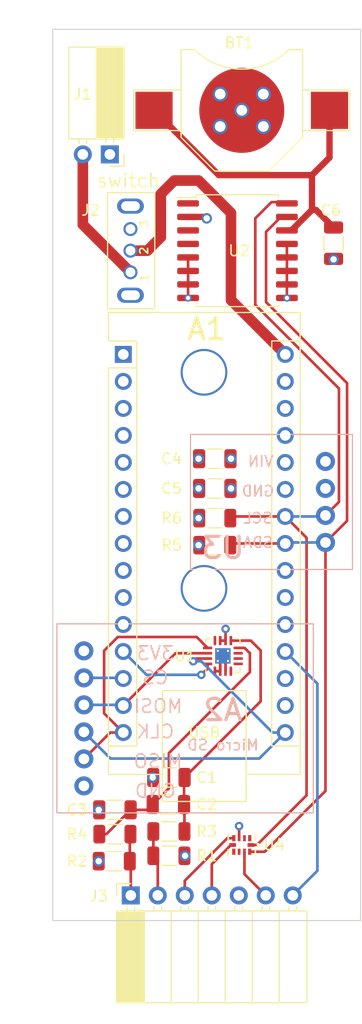
<source format=kicad_pcb>
(kicad_pcb (version 20211014) (generator pcbnew)
  (layers (0 "F.Cu" signal) (1 "In1.Cu" signal) (2 "In2.Cu" signal) (31 "B.Cu" signal) (34 "B.Paste" user) (35 "F.Paste" user) (36 "B.SilkS" user "B.Silkscreen") (37 "F.SilkS" user "F.Silkscreen") (38 "B.Mask" user) (39 "F.Mask" user) (44 "Edge.Cuts" user))
  (net 0 "")
  (net 4 "GND")
  (net 12 "TEMP_AMP_CS")
  (net 13 "SD_CS")
  (net 14 "MOSI")
  (net 15 "MISO")
  (net 16 "CLK")
  (net 17 "3V3")
  (net 19 "EC_DATA")
  (net 23 "SDA")
  (net 24 "SCL")
  (net 29 "VIN")
  (net 30 "Net-(BT1-Pad1)")
  (net 31 "Net-(C1-Pad2)")
  (net 32 "Net-(C2-Pad2)")
  (net 33 "POWER")
  (net 35 "GEO_AMP_1")
  (net 36 "GEO_AMP_0")
  (net 37 "TEMP_AMP_1")
  (net 38 "TEMP_AMP_0")
  (footprint "Package_DFN_QFN:VQFN-16-1EP_3x3mm_P0.5mm_EP1.45x1.45mm_ThermalVias" (layer "F.Cu") (at 178.816 119.888 90)
    (fp_text reference "U1" (at 0 -3.556 180) (layer "F.SilkS"))
    (fp_text value "ADS1120-PW")
    (fp_line (start 1.61 -1.61) (end 1.61 -1.135) (layer "F.SilkS") (width 0.12))
    (fp_line (start -1.135 -1.61) (end -1.61 -1.61) (layer "F.SilkS") (width 0.12))
    (fp_line (start 1.61 1.61) (end 1.61 1.135) (layer "F.SilkS") (width 0.12))
    (fp_line (start -1.135 1.61) (end -1.61 1.61) (layer "F.SilkS") (width 0.12))
    (fp_line (start 1.135 1.61) (end 1.61 1.61) (layer "F.SilkS") (width 0.12))
    (fp_line (start -1.61 1.61) (end -1.61 1.135) (layer "F.SilkS") (width 0.12))
    (fp_line (start 1.135 -1.61) (end 1.61 -1.61) (layer "F.SilkS") (width 0.12))
    (pad "1" smd roundrect (at -1.4375 -0.75 90) (size 0.875 0.25) (layers "F.Cu" "F.Paste" "F.Mask") (net 4 "GND"))
    (pad "2" smd roundrect (at -1.4375 -0.25 90) (size 0.875 0.25) (layers "F.Cu" "F.Paste" "F.Mask") (net 4 "GND"))
    (pad "3" smd roundrect (at -1.4375 0.25 90) (size 0.875 0.25) (layers "F.Cu" "F.Paste" "F.Mask") (net 4 "GND"))
    (pad "4" smd roundrect (at -1.4375 0.75 90) (size 0.875 0.25) (layers "F.Cu" "F.Paste" "F.Mask"))
    (pad "5" smd roundrect (at -0.75 1.4375 90) (size 0.25 0.875) (layers "F.Cu" "F.Paste" "F.Mask"))
    (pad "6" smd roundrect (at -0.25 1.4375 90) (size 0.25 0.875) (layers "F.Cu" "F.Paste" "F.Mask"))
    (pad "7" smd roundrect (at 0.25 1.4375 90) (size 0.25 0.875) (layers "F.Cu" "F.Paste" "F.Mask"))
    (pad "8" smd roundrect (at 0.75 1.4375 90) (size 0.25 0.875) (layers "F.Cu" "F.Paste" "F.Mask") (net 32 "Net-(C2-Pad2)"))
    (pad "9" smd roundrect (at 1.4375 0.75 90) (size 0.875 0.25) (layers "F.Cu" "F.Paste" "F.Mask") (net 31 "Net-(C1-Pad2)"))
    (pad "10" smd roundrect (at 1.4375 0.25 90) (size 0.875 0.25) (layers "F.Cu" "F.Paste" "F.Mask") (net 17 "3V3"))
    (pad "11" smd roundrect (at 1.4375 -0.25 90) (size 0.875 0.25) (layers "F.Cu" "F.Paste" "F.Mask") (net 17 "3V3"))
    (pad "12" smd roundrect (at 1.4375 -0.75 90) (size 0.875 0.25) (layers "F.Cu" "F.Paste" "F.Mask"))
    (pad "13" smd roundrect (at 0.75 -1.4375 90) (size 0.25 0.875) (layers "F.Cu" "F.Paste" "F.Mask") (net 15 "MISO"))
    (pad "14" smd roundrect (at 0.25 -1.4375 90) (size 0.25 0.875) (layers "F.Cu" "F.Paste" "F.Mask") (net 14 "MOSI"))
    (pad "15" smd roundrect (at -0.25 -1.4375 90) (size 0.25 0.875) (layers "F.Cu" "F.Paste" "F.Mask") (net 16 "CLK"))
    (pad "16" smd roundrect (at -0.75 -1.4375 90) (size 0.25 0.875) (layers "F.Cu" "F.Paste" "F.Mask") (net 12 "TEMP_AMP_CS"))
    (pad "17" smd rect (at 0 0 90) (size 1.45 1.45) (layers "F.Cu" "F.Mask") (net 4 "GND"))
    (pad "17" thru_hole circle (at 0.475 -0.475 90) (size 0.5 0.5) (drill 0.2) (layers *.Cu) (net 4 "GND"))
    (pad "17" smd rect (at 0 0 90) (size 1.45 1.45) (layers "B.Cu") (net 4 "GND"))
    (pad "17" thru_hole circle (at -0.475 -0.475 90) (size 0.5 0.5) (drill 0.2) (layers *.Cu) (net 4 "GND"))
    (pad "17" thru_hole circle (at -0.475 0.475 90) (size 0.5 0.5) (drill 0.2) (layers *.Cu) (net 4 "GND"))
    (pad "17" thru_hole circle (at 0.475 0.475 90) (size 0.5 0.5) (drill 0.2) (layers *.Cu) (net 4 "GND"))
  )
  (footprint "Resistor_SMD:R_1206_3216Metric" (layer "F.Cu") (at 168.5945 139.192 180)
    (fp_text reference "R2" (at 3.4945 0) (layer "F.SilkS"))
    (fp_text value "R_1MOhm")
    (fp_line (start -0.727064 0.91) (end 0.727064 0.91) (layer "F.SilkS") (width 0.12))
    (fp_line (start -0.727064 -0.91) (end 0.727064 -0.91) (layer "F.SilkS") (width 0.12))
    (pad "1" smd roundrect (at -1.4625 0 180) (size 1.125 1.75) (layers "F.Cu" "F.Paste" "F.Mask") (roundrect_rratio 0.222222) (net 37 "TEMP_AMP_1"))
    (pad "2" smd roundrect (at 1.4625 0 180) (size 1.125 1.75) (layers "F.Cu" "F.Paste" "F.Mask") (roundrect_rratio 0.222222) (net 4 "GND"))
  )
  (footprint "Connector_PinSocket_2.54mm:PinSocket_1x07_P2.54mm_Horizontal" (layer "F.Cu") (at 170.15 142.412 90)
    (fp_text reference "J3" (at -0.082 -3.018 180) (layer "F.SilkS"))
    (fp_text value "Conn_01x07_Female")
    (fp_line (start 0 -1.33) (end 1.11 -1.33) (layer "F.SilkS") (width 0.12))
    (fp_line (start -10.09 0.561425) (end -1.46 0.561425) (layer "F.SilkS") (width 0.12))
    (fp_line (start -1.46 0.36) (end -1.11 0.36) (layer "F.SilkS") (width 0.12))
    (fp_line (start -10.09 13.97) (end -1.46 13.97) (layer "F.SilkS") (width 0.12))
    (fp_line (start -10.09 0.797615) (end -1.46 0.797615) (layer "F.SilkS") (width 0.12))
    (fp_line (start -1.46 -0.36) (end -1.11 -0.36) (layer "F.SilkS") (width 0.12))
    (fp_line (start -1.46 12.34) (end -1.05 12.34) (layer "F.SilkS") (width 0.12))
    (fp_line (start -10.09 0.325235) (end -1.46 0.325235) (layer "F.SilkS") (width 0.12))
    (fp_line (start 1.11 -1.33) (end 1.11 0) (layer "F.SilkS") (width 0.12))
    (fp_line (start -1.46 5.44) (end -1.05 5.44) (layer "F.SilkS") (width 0.12))
    (fp_line (start -10.09 -1.091905) (end -1.46 -1.091905) (layer "F.SilkS") (width 0.12))
    (fp_line (start -1.46 14.88) (end -1.05 14.88) (layer "F.SilkS") (width 0.12))
    (fp_line (start -10.09 0.67952) (end -1.46 0.67952) (layer "F.SilkS") (width 0.12))
    (fp_line (start -10.09 0.44333) (end -1.46 0.44333) (layer "F.SilkS") (width 0.12))
    (fp_line (start -10.09 0.089045) (end -1.46 0.089045) (layer "F.SilkS") (width 0.12))
    (fp_line (start -10.09 16.57) (end -1.46 16.57) (layer "F.SilkS") (width 0.12))
    (fp_line (start -10.09 6.35) (end -1.46 6.35) (layer "F.SilkS") (width 0.12))
    (fp_line (start -10.09 -0.02905) (end -1.46 -0.02905) (layer "F.SilkS") (width 0.12))
    (fp_line (start -10.09 -0.619525) (end -1.46 -0.619525) (layer "F.SilkS") (width 0.12))
    (fp_line (start -10.09 1.033805) (end -1.46 1.033805) (layer "F.SilkS") (width 0.12))
    (fp_line (start -10.09 8.89) (end -1.46 8.89) (layer "F.SilkS") (width 0.12))
    (fp_line (start -10.09 -0.383335) (end -1.46 -0.383335) (layer "F.SilkS") (width 0.12))
    (fp_line (start -1.46 10.52) (end -1.05 10.52) (layer "F.SilkS") (width 0.12))
    (fp_line (start -10.09 -0.26524) (end -1.46 -0.26524) (layer "F.SilkS") (width 0.12))
    (fp_line (start -10.09 -0.50143) (end -1.46 -0.50143) (layer "F.SilkS") (width 0.12))
    (fp_line (start -1.46 13.06) (end -1.05 13.06) (layer "F.SilkS") (width 0.12))
    (fp_line (start -10.09 -0.73762) (end -1.46 -0.73762) (layer "F.SilkS") (width 0.12))
    (fp_line (start -10.09 0.20714) (end -1.46 0.20714) (layer "F.SilkS") (width 0.12))
    (fp_line (start -10.09 -1.33) (end -10.09 16.57) (layer "F.SilkS") (width 0.12))
    (fp_line (start -10.09 -1.33) (end -1.46 -1.33) (layer "F.SilkS") (width 0.12))
    (fp_line (start -1.46 15.6) (end -1.05 15.6) (layer "F.SilkS") (width 0.12))
    (fp_line (start -1.46 9.8) (end -1.05 9.8) (layer "F.SilkS") (width 0.12))
    (fp_line (start -1.46 7.98) (end -1.05 7.98) (layer "F.SilkS") (width 0.12))
    (fp_line (start -10.09 1.27) (end -1.46 1.27) (layer "F.SilkS") (width 0.12))
    (fp_line (start -10.09 -1.21) (end -1.46 -1.21) (layer "F.SilkS") (width 0.12))
    (fp_line (start -10.09 11.43) (end -1.46 11.43) (layer "F.SilkS") (width 0.12))
    (fp_line (start -1.46 -1.33) (end -1.46 16.57) (layer "F.SilkS") (width 0.12))
    (fp_line (start -10.09 1.1519) (end -1.46 1.1519) (layer "F.SilkS") (width 0.12))
    (fp_line (start -10.09 -0.855715) (end -1.46 -0.855715) (layer "F.SilkS") (width 0.12))
    (fp_line (start -10.09 -0.147145) (end -1.46 -0.147145) (layer "F.SilkS") (width 0.12))
    (fp_line (start -1.46 2.18) (end -1.05 2.18) (layer "F.SilkS") (width 0.12))
    (fp_line (start -1.46 4.72) (end -1.05 4.72) (layer "F.SilkS") (width 0.12))
    (fp_line (start -1.46 2.9) (end -1.05 2.9) (layer "F.SilkS") (width 0.12))
    (fp_line (start -10.09 3.81) (end -1.46 3.81) (layer "F.SilkS") (width 0.12))
    (fp_line (start -1.46 7.26) (end -1.05 7.26) (layer "F.SilkS") (width 0.12))
    (fp_line (start -10.09 0.91571) (end -1.46 0.91571) (layer "F.SilkS") (width 0.12))
    (fp_line (start -10.09 -0.97381) (end -1.46 -0.97381) (layer "F.SilkS") (width 0.12))
    (pad "1" thru_hole rect (at 0 0 90) (size 1.7 1.7) (drill 1) (layers *.Cu *.Mask) (net 37 "TEMP_AMP_1"))
    (pad "2" thru_hole oval (at 0 2.54 90) (size 1.7 1.7) (drill 1) (layers *.Cu *.Mask) (net 38 "TEMP_AMP_0"))
    (pad "3" thru_hole oval (at 0 5.08 90) (size 1.7 1.7) (drill 1) (layers *.Cu *.Mask) (net 36 "GEO_AMP_0"))
    (pad "4" thru_hole oval (at 0 7.62 90) (size 1.7 1.7) (drill 1) (layers *.Cu *.Mask) (net 35 "GEO_AMP_1"))
    (pad "5" thru_hole oval (at 0 10.16 90) (size 1.7 1.7) (drill 1) (layers *.Cu *.Mask) (net 4 "GND"))
    (pad "6" thru_hole oval (at 0 12.7 90) (size 1.7 1.7) (drill 1) (layers *.Cu *.Mask) (net 17 "3V3"))
    (pad "7" thru_hole oval (at 0 15.24 90) (size 1.7 1.7) (drill 1) (layers *.Cu *.Mask) (net 19 "EC_DATA"))
  )
  (footprint "Connector_PinSocket_2.54mm:PinSocket_1x02_P2.54mm_Horizontal" (layer "F.Cu") (at 168.178 72.726 -90)
    (fp_text reference "J1" (at -5.67 2.57 180) (layer "F.SilkS"))
    (fp_text value "Conn_01x02_Female")
    (fp_line (start -10.09 -0.619525) (end -1.46 -0.619525) (layer "F.SilkS") (width 0.12))
    (fp_line (start -1.46 2.9) (end -1.05 2.9) (layer "F.SilkS") (width 0.12))
    (fp_line (start -10.09 0.44333) (end -1.46 0.44333) (layer "F.SilkS") (width 0.12))
    (fp_line (start -10.09 -1.33) (end -1.46 -1.33) (layer "F.SilkS") (width 0.12))
    (fp_line (start -10.09 -0.383335) (end -1.46 -0.383335) (layer "F.SilkS") (width 0.12))
    (fp_line (start -10.09 -1.091905) (end -1.46 -1.091905) (layer "F.SilkS") (width 0.12))
    (fp_line (start 1.11 -1.33) (end 1.11 0) (layer "F.SilkS") (width 0.12))
    (fp_line (start -10.09 -0.147145) (end -1.46 -0.147145) (layer "F.SilkS") (width 0.12))
    (fp_line (start -10.09 0.089045) (end -1.46 0.089045) (layer "F.SilkS") (width 0.12))
    (fp_line (start -10.09 0.67952) (end -1.46 0.67952) (layer "F.SilkS") (width 0.12))
    (fp_line (start -10.09 0.561425) (end -1.46 0.561425) (layer "F.SilkS") (width 0.12))
    (fp_line (start -10.09 0.20714) (end -1.46 0.20714) (layer "F.SilkS") (width 0.12))
    (fp_line (start -10.09 1.033805) (end -1.46 1.033805) (layer "F.SilkS") (width 0.12))
    (fp_line (start -10.09 -0.855715) (end -1.46 -0.855715) (layer "F.SilkS") (width 0.12))
    (fp_line (start 0 -1.33) (end 1.11 -1.33) (layer "F.SilkS") (width 0.12))
    (fp_line (start -1.46 -0.36) (end -1.11 -0.36) (layer "F.SilkS") (width 0.12))
    (fp_line (start -10.09 3.87) (end -1.46 3.87) (layer "F.SilkS") (width 0.12))
    (fp_line (start -10.09 -0.97381) (end -1.46 -0.97381) (layer "F.SilkS") (width 0.12))
    (fp_line (start -10.09 -0.02905) (end -1.46 -0.02905) (layer "F.SilkS") (width 0.12))
    (fp_line (start -1.46 2.18) (end -1.05 2.18) (layer "F.SilkS") (width 0.12))
    (fp_line (start -10.09 -1.33) (end -10.09 3.87) (layer "F.SilkS") (width 0.12))
    (fp_line (start -10.09 0.325235) (end -1.46 0.325235) (layer "F.SilkS") (width 0.12))
    (fp_line (start -10.09 0.797615) (end -1.46 0.797615) (layer "F.SilkS") (width 0.12))
    (fp_line (start -10.09 -0.26524) (end -1.46 -0.26524) (layer "F.SilkS") (width 0.12))
    (fp_line (start -10.09 -0.73762) (end -1.46 -0.73762) (layer "F.SilkS") (width 0.12))
    (fp_line (start -1.46 0.36) (end -1.11 0.36) (layer "F.SilkS") (width 0.12))
    (fp_line (start -10.09 0.91571) (end -1.46 0.91571) (layer "F.SilkS") (width 0.12))
    (fp_line (start -10.09 -1.21) (end -1.46 -1.21) (layer "F.SilkS") (width 0.12))
    (fp_line (start -10.09 1.27) (end -1.46 1.27) (layer "F.SilkS") (width 0.12))
    (fp_line (start -10.09 -0.50143) (end -1.46 -0.50143) (layer "F.SilkS") (width 0.12))
    (fp_line (start -10.09 1.1519) (end -1.46 1.1519) (layer "F.SilkS") (width 0.12))
    (fp_line (start -1.46 -1.33) (end -1.46 3.87) (layer "F.SilkS") (width 0.12))
    (pad "1" thru_hole rect (at 0 0 270) (size 1.7 1.7) (drill 1) (layers *.Cu *.Mask) (net 4 "GND"))
    (pad "2" thru_hole oval (at 0 2.54 270) (size 1.7 1.7) (drill 1) (layers *.Cu *.Mask) (net 33 "POWER"))
  )
  (footprint "kitest:battery_holder_10mm" (layer "F.Cu") (at 180.594 68.58)
    (fp_text reference "BT1" (at -0.254 -6.35 180) (layer "F.SilkS"))
    (fp_text value "Battery_Cell")
    (fp_line (start -10.16 -1.905) (end -10.16 1.905) (layer "F.SilkS") (width 0.12))
    (fp_line (start -5.715 0) (end -5.715 2.54) (layer "F.SilkS") (width 0.12))
    (fp_line (start -9.525 1.905) (end -5.715 1.905) (layer "F.SilkS") (width 0.12))
    (fp_line (start 5.715 -5.715) (end 5.715 2.54) (layer "F.SilkS") (width 0.12))
    (fp_line (start 0 5.715) (end -2.54 5.715) (layer "F.SilkS") (width 0.12))
    (fp_line (start 10.16 -1.905) (end 10.16 1.905) (layer "F.SilkS") (width 0.12))
    (fp_line (start -5.715 -1.905) (end -9.525 -1.905) (layer "F.SilkS") (width 0.12))
    (fp_line (start 10.16 1.905) (end 9.525 1.905) (layer "F.SilkS") (width 0.12))
    (fp_line (start -9.525 -1.905) (end -10.16 -1.905) (layer "F.SilkS") (width 0.12))
    (fp_line (start 9.525 -1.905) (end 10.16 -1.905) (layer "F.SilkS") (width 0.12))
    (fp_line (start -5.715 0) (end -5.715 -5.715) (layer "F.SilkS") (width 0.12))
    (fp_line (start 5.715 -1.905) (end 9.525 -1.905) (layer "F.SilkS") (width 0.12))
    (fp_line (start -2.54 5.715) (end 2.54 5.715) (layer "F.SilkS") (width 0.12))
    (fp_line (start 9.525 1.905) (end 5.715 1.905) (layer "F.SilkS") (width 0.12))
    (fp_line (start -2.54 5.715) (end -5.715 2.54) (layer "F.SilkS") (width 0.12))
    (fp_line (start -5.715 -5.715) (end -4.445 -5.715) (layer "F.SilkS") (width 0.12))
    (fp_line (start -10.16 1.905) (end -9.525 1.905) (layer "F.SilkS") (width 0.12))
    (fp_line (start 2.54 5.715) (end 5.715 2.54) (layer "F.SilkS") (width 0.12))
    (fp_line (start 5.715 -5.715) (end 4.445 -5.715) (layer "F.SilkS") (width 0.12))
    (fp_arc (start 4.444999 -5.715001) (mid 0 -3.873822) (end -4.444999 -5.715001) (layer "F.SilkS") (width 0.12))
    (pad "1" smd rect locked (at -8.255 0 270) (size 3.5 3.5) (layers "F.Cu" "F.Mask") (net 30 "Net-(BT1-Pad1)"))
    (pad "1" smd rect locked (at 8.255 0 270) (size 3.5 3.5) (layers "F.Cu" "F.Mask") (net 30 "Net-(BT1-Pad1)"))
    (pad "2" smd circle locked (at 0 0 270) (size 8 8) (layers "F.Cu" "F.Mask") (net 4 "GND"))
  )
  (footprint "Capacitor_SMD:C_1206_3216Metric" (layer "F.Cu") (at 178.054 104.14)
    (fp_text reference "C5" (at -4.064 0) (layer "F.SilkS"))
    (fp_text value "C_0.1uF")
    (fp_line (start -0.711252 -0.91) (end 0.711252 -0.91) (layer "F.SilkS") (width 0.12))
    (fp_line (start -0.711252 0.91) (end 0.711252 0.91) (layer "F.SilkS") (width 0.12))
    (pad "1" smd roundrect (at -1.475 0) (size 1.15 1.8) (layers "F.Cu" "F.Paste" "F.Mask") (roundrect_rratio 0.217391) (net 17 "3V3"))
    (pad "2" smd roundrect (at 1.475 0) (size 1.15 1.8) (layers "F.Cu" "F.Paste" "F.Mask") (roundrect_rratio 0.217391) (net 4 "GND"))
  )
  (footprint "Resistor_SMD:R_1206_3216Metric" (layer "F.Cu") (at 168.656 136.652)
    (fp_text reference "R4" (at -3.556 0) (layer "F.SilkS"))
    (fp_text value "R_800Ohm")
    (fp_line (start -0.727064 0.91) (end 0.727064 0.91) (layer "F.SilkS") (width 0.12))
    (fp_line (start -0.727064 -0.91) (end 0.727064 -0.91) (layer "F.SilkS") (width 0.12))
    (pad "1" smd roundrect (at -1.4625 0) (size 1.125 1.75) (layers "F.Cu" "F.Paste" "F.Mask") (roundrect_rratio 0.222222) (net 32 "Net-(C2-Pad2)"))
    (pad "2" smd roundrect (at 1.4625 0) (size 1.125 1.75) (layers "F.Cu" "F.Paste" "F.Mask") (roundrect_rratio 0.222222) (net 37 "TEMP_AMP_1"))
  )
  (footprint "Resistor_SMD:R_1206_3216Metric" (layer "F.Cu") (at 173.736 138.684 180)
    (fp_text reference "R1" (at -3.556 0) (layer "F.SilkS"))
    (fp_text value "R_1MOhm")
    (fp_line (start -0.727064 -0.91) (end 0.727064 -0.91) (layer "F.SilkS") (width 0.12))
    (fp_line (start -0.727064 0.91) (end 0.727064 0.91) (layer "F.SilkS") (width 0.12))
    (pad "1" smd roundrect (at -1.4625 0 180) (size 1.125 1.75) (layers "F.Cu" "F.Paste" "F.Mask") (roundrect_rratio 0.222222) (net 17 "3V3"))
    (pad "2" smd roundrect (at 1.4625 0 180) (size 1.125 1.75) (layers "F.Cu" "F.Paste" "F.Mask") (roundrect_rratio 0.222222) (net 38 "TEMP_AMP_0"))
  )
  (footprint "Resistor_SMD:R_1206_3216Metric" (layer "F.Cu") (at 178.054 109.474)
    (fp_text reference "R5" (at -4.064 0) (layer "F.SilkS"))
    (fp_text value "R_Small_US")
    (fp_line (start -0.727064 -0.91) (end 0.727064 -0.91) (layer "F.SilkS") (width 0.12))
    (fp_line (start -0.727064 0.91) (end 0.727064 0.91) (layer "F.SilkS") (width 0.12))
    (pad "1" smd roundrect (at -1.4625 0) (size 1.125 1.75) (layers "F.Cu" "F.Paste" "F.Mask") (roundrect_rratio 0.222222) (net 17 "3V3"))
    (pad "2" smd roundrect (at 1.4625 0) (size 1.125 1.75) (layers "F.Cu" "F.Paste" "F.Mask") (roundrect_rratio 0.222222) (net 23 "SDA"))
  )
  (footprint "Capacitor_SMD:C_1206_3216Metric" (layer "F.Cu") (at 173.687 133.858 180)
    (fp_text reference "C2" (at -3.605 0) (layer "F.SilkS"))
    (fp_text value "C_0.47uF")
    (fp_line (start -0.711252 0.91) (end 0.711252 0.91) (layer "F.SilkS") (width 0.12))
    (fp_line (start -0.711252 -0.91) (end 0.711252 -0.91) (layer "F.SilkS") (width 0.12))
    (pad "1" smd roundrect (at -1.475 0 180) (size 1.15 1.8) (layers "F.Cu" "F.Paste" "F.Mask") (roundrect_rratio 0.217391) (net 31 "Net-(C1-Pad2)"))
    (pad "2" smd roundrect (at 1.475 0 180) (size 1.15 1.8) (layers "F.Cu" "F.Paste" "F.Mask") (roundrect_rratio 0.217391) (net 32 "Net-(C2-Pad2)"))
  )
  (footprint "kitest:grounded_switch" (layer "F.Cu") (at 165.042 81.78 90)
    (fp_text reference "J2" (at 3.802 1.328 180) (layer "F.SilkS"))
    (fp_text value "XLR3_Switched")
    (fp_text user "switch" (at 6.596 4.884 180) (layer "F.SilkS") (effects (font (size 1.27 1.27))))
    (fp_text user "1" (at -2.54 6.35 90) (layer "F.SilkS") (effects (font (size 0.75 0.75))))
    (fp_text user "3" (at 2.54 6.35 90) (layer "F.SilkS") (effects (font (size 0.75 0.75))))
    (fp_text user "2" (at 0 6.35 90) (layer "F.SilkS") (effects (font (size 0.75 0.75))))
    (fp_line (start 5.461 2.921) (end 5.461 7.366) (layer "F.SilkS") (width 0.12))
    (fp_line (start -5.461 2.921) (end -5.461 7.366) (layer "F.SilkS") (width 0.12))
    (fp_line (start -5.461 7.366) (end 5.461 7.366) (layer "F.SilkS") (width 0.12))
    (fp_line (start -5.461 2.921) (end 5.461 2.921) (layer "F.SilkS") (width 0.12))
    (pad "" thru_hole oval (at 4.191 5.08 180) (size 2.524 1.424) (drill oval 1.76 0.914) (layers *.Cu *.Mask))
    (pad "" thru_hole oval (at -4.191 5.08 180) (size 2.524 1.424) (drill oval 1.76 0.914) (layers *.Cu *.Mask))
    (pad "1" thru_hole circle (at -2.032 5.08 90) (size 1.324 1.324) (drill 0.914) (layers *.Cu *.Mask) (net 33 "POWER"))
    (pad "2" thru_hole circle (at 0 5.08 90) (size 1.324 1.324) (drill 0.914) (layers *.Cu *.Mask) (net 29 "VIN"))
    (pad "3" thru_hole circle (at 2.032 5.08 90) (size 1.324 1.324) (drill 0.914) (layers *.Cu *.Mask))
  )
  (footprint "Module:Arduino_Nano" (layer "F.Cu") (at 169.445 91.535)
    (fp_text reference "A1" (at 7.847 -2.381) (layer "F.SilkS") (effects (font (size 2 2) (thickness 0.3))))
    (fp_text value "Arduino_Nano_v3.x")
    (fp_text user "USB" (at 7.62 35.56 unlocked) (layer "F.SilkS"))
    (fp_line (start -1.4 39.5) (end 3.68 39.5) (layer "F.SilkS") (width 0.12))
    (fp_line (start 1.27 36.83) (end -1.4 36.83) (layer "F.SilkS") (width 0.12))
    (fp_line (start 16.64 39.5) (end 11.56 39.5) (layer "F.SilkS") (width 0.12))
    (fp_line (start 3.68 31.62) (end 11.56 31.62) (layer "F.SilkS") (width 0.12))
    (fp_line (start 13.97 -1.27) (end 16.64 -1.27) (layer "F.SilkS") (width 0.12))
    (fp_line (start 1.27 -1.27) (end -1.4 -1.27) (layer "F.SilkS") (width 0.12))
    (fp_line (start 13.97 -1.27) (end 13.97 36.83) (layer "F.SilkS") (width 0.12))
    (fp_line (start 16.64 39.5) (end 16.64 -3.94) (layer "F.SilkS") (width 0.12))
    (fp_line (start 1.27 1.27) (end 1.27 36.83) (layer "F.SilkS") (width 0.12))
    (fp_line (start 16.64 -3.94) (end -1.4 -3.94) (layer "F.SilkS") (width 0.12))
    (fp_line (start 3.68 42.04) (end 3.68 31.62) (layer "F.SilkS") (width 0.12))
    (fp_line (start 11.56 31.62) (end 11.56 42.04) (layer "F.SilkS") (width 0.12))
    (fp_line (start -1.4 1.27) (end -1.4 39.5) (layer "F.SilkS") (width 0.12))
    (fp_line (start 13.97 36.83) (end 16.64 36.83) (layer "F.SilkS") (width 0.12))
    (fp_line (start 1.27 1.27) (end -1.4 1.27) (layer "F.SilkS") (width 0.12))
    (fp_line (start 11.56 42.04) (end 3.68 42.04) (layer "F.SilkS") (width 0.12))
    (fp_line (start 1.27 1.27) (end 1.27 -1.27) (layer "F.SilkS") (width 0.12))
    (fp_line (start -1.4 -3.94) (end -1.4 -1.27) (layer "F.SilkS") (width 0.12))
    (pad "1" thru_hole rect (at 0 0) (size 1.6 1.6) (drill 1) (layers *.Cu *.Mask))
    (pad "2" thru_hole oval (at 0 2.54) (size 1.6 1.6) (drill 1) (layers *.Cu *.Mask))
    (pad "3" thru_hole oval (at 0 5.08) (size 1.6 1.6) (drill 1) (layers *.Cu *.Mask))
    (pad "4" thru_hole oval (at 0 7.62) (size 1.6 1.6) (drill 1) (layers *.Cu *.Mask) (net 4 "GND"))
    (pad "5" thru_hole oval (at 0 10.16) (size 1.6 1.6) (drill 1) (layers *.Cu *.Mask))
    (pad "6" thru_hole oval (at 0 12.7) (size 1.6 1.6) (drill 1) (layers *.Cu *.Mask))
    (pad "7" thru_hole oval (at 0 15.24) (size 1.6 1.6) (drill 1) (layers *.Cu *.Mask))
    (pad "8" thru_hole oval (at 0 17.78) (size 1.6 1.6) (drill 1) (layers *.Cu *.Mask))
    (pad "9" thru_hole oval (at 0 20.32) (size 1.6 1.6) (drill 1) (layers *.Cu *.Mask))
    (pad "10" thru_hole oval (at 0 22.86) (size 1.6 1.6) (drill 1) (layers *.Cu *.Mask))
    (pad "11" thru_hole oval (at 0 25.4) (size 1.6 1.6) (drill 1) (layers *.Cu *.Mask))
    (pad "12" thru_hole oval (at 0 27.94) (size 1.6 1.6) (drill 1) (layers *.Cu *.Mask) (net 12 "TEMP_AMP_CS"))
    (pad "13" thru_hole oval (at 0 30.48) (size 1.6 1.6) (drill 1) (layers *.Cu *.Mask) (net 13 "SD_CS"))
    (pad "14" thru_hole oval (at 0 33.02) (size 1.6 1.6) (drill 1) (layers *.Cu *.Mask) (net 14 "MOSI"))
    (pad "15" thru_hole oval (at 0 35.56) (size 1.6 1.6) (drill 1) (layers *.Cu *.Mask) (net 15 "MISO"))
    (pad "16" thru_hole oval (at 15.24 35.56) (size 1.6 1.6) (drill 1) (layers *.Cu *.Mask) (net 16 "CLK"))
    (pad "17" thru_hole oval (at 15.24 33.02) (size 1.6 1.6) (drill 1) (layers *.Cu *.Mask) (net 17 "3V3"))
    (pad "18" thru_hole oval (at 15.24 30.48) (size 1.6 1.6) (drill 1) (layers *.Cu *.Mask))
    (pad "19" thru_hole oval (at 15.24 27.94) (size 1.6 1.6) (drill 1) (layers *.Cu *.Mask) (net 19 "EC_DATA"))
    (pad "20" thru_hole oval (at 15.24 25.4) (size 1.6 1.6) (drill 1) (layers *.Cu *.Mask))
    (pad "21" thru_hole oval (at 15.24 22.86) (size 1.6 1.6) (drill 1) (layers *.Cu *.Mask))
    (pad "22" thru_hole oval (at 15.24 20.32) (size 1.6 1.6) (drill 1) (layers *.Cu *.Mask))
    (pad "23" thru_hole oval (at 15.24 17.78) (size 1.6 1.6) (drill 1) (layers *.Cu *.Mask) (net 23 "SDA"))
    (pad "24" thru_hole oval (at 15.24 15.24) (size 1.6 1.6) (drill 1) (layers *.Cu *.Mask) (net 24 "SCL"))
    (pad "25" thru_hole oval (at 15.24 12.7) (size 1.6 1.6) (drill 1) (layers *.Cu *.Mask))
    (pad "26" thru_hole oval (at 15.24 10.16) (size 1.6 1.6) (drill 1) (layers *.Cu *.Mask))
    (pad "27" thru_hole oval (at 15.24 7.62) (size 1.6 1.6) (drill 1) (layers *.Cu *.Mask))
    (pad "28" thru_hole oval (at 15.24 5.08) (size 1.6 1.6) (drill 1) (layers *.Cu *.Mask))
    (pad "29" thru_hole oval (at 15.24 2.54) (size 1.6 1.6) (drill 1) (layers *.Cu *.Mask) (net 4 "GND"))
    (pad "30" thru_hole oval (at 15.24 0) (size 1.6 1.6) (drill 1) (layers *.Cu *.Mask) (net 29 "VIN"))
  )
  (footprint "Capacitor_SMD:C_1206_3216Metric" (layer "F.Cu") (at 168.656 134.366 180)
    (fp_text reference "C3" (at 3.556 0) (layer "F.SilkS"))
    (fp_text value "C_0.047uF")
    (fp_line (start -0.711252 -0.91) (end 0.711252 -0.91) (layer "F.SilkS") (width 0.12))
    (fp_line (start -0.711252 0.91) (end 0.711252 0.91) (layer "F.SilkS") (width 0.12))
    (pad "1" smd roundrect (at -1.475 0 180) (size 1.15 1.8) (layers "F.Cu" "F.Paste" "F.Mask") (roundrect_rratio 0.217391) (net 32 "Net-(C2-Pad2)"))
    (pad "2" smd roundrect (at 1.475 0 180) (size 1.15 1.8) (layers "F.Cu" "F.Paste" "F.Mask") (roundrect_rratio 0.217391) (net 4 "GND"))
  )
  (footprint "kitest:10X2QFN" (layer "F.Cu") (at 180.594 137.668 -90)
    (fp_text reference "U4" (at -0.01 -3.048 unlocked) (layer "F.SilkS"))
    (fp_text value "ADS1115IDGS")
    (fp_line (start 1.029 -1.279) (end 0.45947 -1.279) (layer "F.SilkS") (width 0.1524))
    (fp_line (start 0.45947 1.279) (end 1.029 1.279) (layer "F.SilkS") (width 0.1524))
    (fp_line (start -1.029 1.279) (end -0.45947 1.279) (layer "F.SilkS") (width 0.1524))
    (fp_line (start -0.45947 -1.279) (end -1.029 -1.279) (layer "F.SilkS") (width 0.1524))
    (fp_poly (pts (xy -0.1905 -1.404) (xy -0.1905 -1.658) (xy 0.1905 -1.658) (xy 0.1905 -1.404)) (layer "F.SilkS") (width 0) (fill solid))
    (pad "1" smd rect (at -0.635 -0.750001) (size 0.3 0.58) (layers "F.Cu" "F.Mask"))
    (pad "2" smd rect (at -0.635 -0.25) (size 0.249936 0.579882) (layers "F.Cu" "F.Paste" "F.Mask"))
    (pad "3" smd rect (at -0.635 0.25) (size 0.249936 0.579882) (layers "F.Cu" "F.Paste" "F.Mask") (net 4 "GND"))
    (pad "4" smd rect (at -0.635 0.750001) (size 0.3 0.58) (layers "F.Cu" "F.Mask") (net 36 "GEO_AMP_0"))
    (pad "5" smd rect (at 0 0.860001 270) (size 0.35 0.63) (layers "F.Cu" "F.Paste" "F.Mask") (net 35 "GEO_AMP_1"))
    (pad "6" smd rect (at 0.635 0.750001) (size 0.3 0.58) (layers "F.Cu" "F.Mask"))
    (pad "7" smd rect (at 0.635 0.25) (size 0.249936 0.579882) (layers "F.Cu" "F.Paste" "F.Mask"))
    (pad "8" smd rect (at 0.635 -0.25) (size 0.249936 0.579882) (layers "F.Cu" "F.Paste" "F.Mask") (net 17 "3V3"))
    (pad "9" smd rect (at 0.635 -0.750001) (size 0.3 0.58) (layers "F.Cu" "F.Mask") (net 23 "SDA"))
    (pad "10" smd rect (at 0 -0.860001 270) (size 0.35 0.63) (layers "F.Cu" "F.Paste" "F.Mask") (net 24 "SCL"))
  )
  (footprint "Package_SO:SOIC-16W_7.5x10.3mm_P1.27mm" (layer "F.Cu") (at 180.19 81.78)
    (fp_text reference "U2" (at 0.15 0.008) (layer "F.SilkS"))
    (fp_text value "DS3231M")
    (fp_line (start 3.86 5.26) (end 3.86 5.005) (layer "F.SilkS") (width 0.12))
    (fp_line (start -3.86 -5.26) (end -3.86 -5.005) (layer "F.SilkS") (width 0.12))
    (fp_line (start 3.86 -5.26) (end 3.86 -5.005) (layer "F.SilkS") (width 0.12))
    (fp_line (start 0 5.26) (end -3.86 5.26) (layer "F.SilkS") (width 0.12))
    (fp_line (start 0 5.26) (end 3.86 5.26) (layer "F.SilkS") (width 0.12))
    (fp_line (start 0 -5.26) (end 3.86 -5.26) (layer "F.SilkS") (width 0.12))
    (fp_line (start -3.86 5.26) (end -3.86 5.005) (layer "F.SilkS") (width 0.12))
    (fp_line (start -3.86 -5.005) (end -5.675 -5.005) (layer "F.SilkS") (width 0.12))
    (fp_line (start 0 -5.26) (end -3.86 -5.26) (layer "F.SilkS") (width 0.12))
    (pad "1" smd roundrect (at -4.65 -4.445) (size 2.05 0.6) (layers "F.Cu" "F.Paste" "F.Mask"))
    (pad "2" smd roundrect (at -4.65 -3.175) (size 2.05 0.6) (layers "F.Cu" "F.Paste" "F.Mask") (net 17 "3V3"))
    (pad "3" smd roundrect (at -4.65 -1.905) (size 2.05 0.6) (layers "F.Cu" "F.Paste" "F.Mask"))
    (pad "4" smd roundrect (at -4.65 -0.635) (size 2.05 0.6) (layers "F.Cu" "F.Paste" "F.Mask"))
    (pad "5" smd roundrect (at -4.65 0.635) (size 2.05 0.6) (layers "F.Cu" "F.Paste" "F.Mask") (net 4 "GND"))
    (pad "6" smd roundrect (at -4.65 1.905) (size 2.05 0.6) (layers "F.Cu" "F.Paste" "F.Mask") (net 4 "GND"))
    (pad "7" smd roundrect (at -4.65 3.175) (size 2.05 0.6) (layers "F.Cu" "F.Paste" "F.Mask") (net 4 "GND"))
    (pad "8" smd roundrect (at -4.65 4.445) (size 2.05 0.6) (layers "F.Cu" "F.Paste" "F.Mask") (net 4 "GND"))
    (pad "9" smd roundrect (at 4.65 4.445) (size 2.05 0.6) (layers "F.Cu" "F.Paste" "F.Mask") (net 4 "GND"))
    (pad "10" smd roundrect (at 4.65 3.175) (size 2.05 0.6) (layers "F.Cu" "F.Paste" "F.Mask") (net 4 "GND"))
    (pad "11" smd roundrect (at 4.65 1.905) (size 2.05 0.6) (layers "F.Cu" "F.Paste" "F.Mask") (net 4 "GND"))
    (pad "12" smd roundrect (at 4.65 0.635) (size 2.05 0.6) (layers "F.Cu" "F.Paste" "F.Mask") (net 4 "GND"))
    (pad "13" smd roundrect (at 4.65 -0.635) (size 2.05 0.6) (layers "F.Cu" "F.Paste" "F.Mask") (net 4 "GND"))
    (pad "14" smd roundrect (at 4.65 -1.905) (size 2.05 0.6) (layers "F.Cu" "F.Paste" "F.Mask") (net 30 "Net-(BT1-Pad1)"))
    (pad "15" smd roundrect (at 4.65 -3.175) (size 2.05 0.6) (layers "F.Cu" "F.Paste" "F.Mask") (net 23 "SDA"))
    (pad "16" smd roundrect (at 4.65 -4.445) (size 2.05 0.6) (layers "F.Cu" "F.Paste" "F.Mask") (net 24 "SCL"))
  )
  (footprint "Capacitor_SMD:C_1206_3216Metric" (layer "F.Cu") (at 173.736 131.318)
    (fp_text reference "C1" (at 3.556 0) (layer "F.SilkS"))
    (fp_text value "C_0.047uF")
    (fp_line (start -0.711252 -0.91) (end 0.711252 -0.91) (layer "F.SilkS") (width 0.12))
    (fp_line (start -0.711252 0.91) (end 0.711252 0.91) (layer "F.SilkS") (width 0.12))
    (pad "1" smd roundrect (at -1.475 0) (size 1.15 1.8) (layers "F.Cu" "F.Paste" "F.Mask") (roundrect_rratio 0.217391) (net 4 "GND"))
    (pad "2" smd roundrect (at 1.475 0) (size 1.15 1.8) (layers "F.Cu" "F.Paste" "F.Mask") (roundrect_rratio 0.217391) (net 31 "Net-(C1-Pad2)"))
  )
  (footprint "Capacitor_SMD:C_1206_3216Metric" (layer "F.Cu") (at 189.23 81.075 90)
    (fp_text reference "C6" (at 3.097 -0.254 180) (layer "F.SilkS"))
    (fp_text value "C_Small")
    (fp_line (start -0.711252 0.91) (end 0.711252 0.91) (layer "F.SilkS") (width 0.12))
    (fp_line (start -0.711252 -0.91) (end 0.711252 -0.91) (layer "F.SilkS") (width 0.12))
    (pad "1" smd roundrect (at -1.475 0 90) (size 1.15 1.8) (layers "F.Cu" "F.Paste" "F.Mask") (roundrect_rratio 0.217391) (net 4 "GND"))
    (pad "2" smd roundrect (at 1.475 0 90) (size 1.15 1.8) (layers "F.Cu" "F.Paste" "F.Mask") (roundrect_rratio 0.217391) (net 30 "Net-(BT1-Pad1)"))
  )
  (footprint "Resistor_SMD:R_1206_3216Metric" (layer "F.Cu") (at 178.054 106.934)
    (fp_text reference "R6" (at -4.064 0) (layer "F.SilkS"))
    (fp_text value "R_Small_US")
    (fp_line (start -0.727064 0.91) (end 0.727064 0.91) (layer "F.SilkS") (width 0.12))
    (fp_line (start -0.727064 -0.91) (end 0.727064 -0.91) (layer "F.SilkS") (width 0.12))
    (pad "1" smd roundrect (at -1.4625 0) (size 1.125 1.75) (layers "F.Cu" "F.Paste" "F.Mask") (roundrect_rratio 0.222222) (net 17 "3V3"))
    (pad "2" smd roundrect (at 1.4625 0) (size 1.125 1.75) (layers "F.Cu" "F.Paste" "F.Mask") (roundrect_rratio 0.222222) (net 24 "SCL"))
  )
  (footprint "Resistor_SMD:R_1206_3216Metric" (layer "F.Cu") (at 173.736 136.398 180)
    (fp_text reference "R3" (at -3.556 0) (layer "F.SilkS"))
    (fp_text value "R_800Ohm")
    (fp_line (start -0.727064 0.91) (end 0.727064 0.91) (layer "F.SilkS") (width 0.12))
    (fp_line (start -0.727064 -0.91) (end 0.727064 -0.91) (layer "F.SilkS") (width 0.12))
    (pad "1" smd roundrect (at -1.4625 0 180) (size 1.125 1.75) (layers "F.Cu" "F.Paste" "F.Mask") (roundrect_rratio 0.222222) (net 31 "Net-(C1-Pad2)"))
    (pad "2" smd roundrect (at 1.4625 0 180) (size 1.125 1.75) (layers "F.Cu" "F.Paste" "F.Mask") (roundrect_rratio 0.222222) (net 38 "TEMP_AMP_0"))
  )
  (footprint "Capacitor_SMD:C_1206_3216Metric" (layer "F.Cu") (at 178.054 101.346)
    (fp_text reference "C4" (at -4.064 0) (layer "F.SilkS"))
    (fp_text value "C_0.1uF")
    (fp_line (start -0.711252 0.91) (end 0.711252 0.91) (layer "F.SilkS") (width 0.12))
    (fp_line (start -0.711252 -0.91) (end 0.711252 -0.91) (layer "F.SilkS") (width 0.12))
    (pad "1" smd roundrect (at -1.475 0) (size 1.15 1.8) (layers "F.Cu" "F.Paste" "F.Mask") (roundrect_rratio 0.217391) (net 17 "3V3"))
    (pad "2" smd roundrect (at 1.475 0) (size 1.15 1.8) (layers "F.Cu" "F.Paste" "F.Mask") (roundrect_rratio 0.217391) (net 4 "GND"))
  )
  (footprint "kitest:SD Module" (layer "B.Cu") (at 177.165 135.922 180)
    (fp_text reference "A2" (at -1.651 10.954) (layer "B.SilkS") (effects (font (size 2 2) (thickness 0.3)) (justify mirror)))
    (fp_text value "SD_Card_Module")
    (fp_text user "3V3" (at 4.699 16.288) (layer "B.SilkS") (effects (font (size 1.27 1.27)) (justify mirror)))
    (fp_text user "CLK" (at 4.699 8.922) (layer "B.SilkS") (effects (font (size 1.27 1.27)) (justify mirror)))
    (fp_text user "Micro SD" (at -1.651 7.652) (layer "B.SilkS") (effects (justify mirror)))
    (fp_text user "MOSI" (at 4.445 11.303) (layer "B.SilkS") (effects (font (size 1.27 1.27)) (justify mirror)))
    (fp_text user "CS" (at 4.699 14.002) (layer "B.SilkS") (effects (font (size 1.27 1.27)) (justify mirror)))
    (fp_text user "MISO" (at 4.445 6.128) (layer "B.SilkS") (effects (font (size 1.27 1.27)) (justify mirror)))
    (fp_text user "GND" (at 4.699 3.334) (layer "B.SilkS") (effects (font (size 1.27 1.27)) (justify mirror)))
    (fp_line (start -10.16 19.05) (end 13.97 19.05) (layer "B.SilkS") (width 0.12))
    (fp_line (start 13.97 1.27) (end -10.16 1.27) (layer "B.SilkS") (width 0.12))
    (fp_line (start -10.16 1.27) (end -10.16 19.05) (layer "B.SilkS") (width 0.12))
    (fp_line (start 13.97 19.05) (end 13.97 1.27) (layer "B.SilkS") (width 0.12))
    (pad "1" thru_hole circle locked (at 11.43 16.51 180) (size 1.8 1.8) (drill 1) (layers *.Cu *.Mask) (net 17 "3V3"))
    (pad "2" thru_hole circle locked (at 11.43 13.97 180) (size 1.8 1.8) (drill 1) (layers *.Cu *.Mask) (net 13 "SD_CS"))
    (pad "3" thru_hole circle locked (at 11.43 11.43 180) (size 1.8 1.8) (drill 1) (layers *.Cu *.Mask) (net 14 "MOSI"))
    (pad "4" thru_hole circle locked (at 11.43 8.89 180) (size 1.8 1.8) (drill 1) (layers *.Cu *.Mask) (net 16 "CLK"))
    (pad "5" thru_hole circle locked (at 11.43 6.35 180) (size 1.8 1.8) (drill 1) (layers *.Cu *.Mask) (net 15 "MISO"))
    (pad "6" thru_hole circle locked (at 11.43 3.81 180) (size 1.8 1.8) (drill 1) (layers *.Cu *.Mask) (net 4 "GND"))
  )
  (footprint "kitest:TDS_module" (layer "B.Cu") (at 183.388 105.41)
    (fp_text reference "U3" (at -4.572 4.318) (layer "B.SilkS") (effects (font (size 2 2) (thickness 0.3)) (justify mirror)))
    (fp_text value "4023")
    (fp_text user "SDA" (at -1.27 3.81) (layer "B.SilkS") (effects (justify mirror)))
    (fp_text user "SCL" (at -1.27 1.524) (layer "B.SilkS") (effects (justify mirror)))
    (fp_text user "VIN" (at -1.016 -3.81) (layer "B.SilkS") (effects (justify mirror)))
    (fp_text user "GND" (at -1.27 -1.016) (layer "B.SilkS") (effects (justify mirror)))
    (fp_line (start -7.62 6.35) (end 7.62 6.35) (layer "B.SilkS") (width 0.12))
    (fp_line (start 7.62 -6.35) (end -7.62 -6.35) (layer "B.SilkS") (width 0.12))
    (fp_line (start 7.62 6.35) (end 7.62 0) (layer "B.SilkS") (width 0.12))
    (fp_line (start 7.62 0) (end 7.62 -6.35) (layer "B.SilkS") (width 0.12))
    (fp_line (start -7.62 -6.35) (end -7.62 6.35) (layer "B.SilkS") (width 0.12))
    (pad "10" thru_hole circle locked (at 5.08 -1.27) (size 1.8 1.8) (drill 1) (layers *.Cu *.Mask) (net 4 "GND"))
    (pad "11" thru_hole circle locked (at 5.08 1.27) (size 1.8 1.8) (drill 1) (layers *.Cu *.Mask) (net 24 "SCL"))
    (pad "12" thru_hole circle locked (at 5.08 3.81) (size 1.8 1.8) (drill 1) (layers *.Cu *.Mask) (net 23 "SDA"))
    (pad "13" thru_hole circle locked (at 5.08 -3.81) (size 1.8 1.8) (drill 1) (layers *.Cu *.Mask) (net 17 "3V3"))
  )
  (gr_rect (start 162.814 60.96) (end 191.77 144.78) (layer "Edge.Cuts") (width 0.1) (fill none))
  (segment (start 178.066 121.3255) (end 178.566 121.3255) (width 0.25) (layer "F.Cu") (net 4))
  (segment (start 175.54 82.415) (end 175.54 86.225) (width 0.25) (layer "F.Cu") (net 4))
  (segment (start 184.84 81.145) (end 184.84 86.225) (width 0.25) (layer "F.Cu") (net 4))
  (segment (start 179.291 120.363) (end 179.066 120.588) (width 0.25) (layer "F.Cu") (net 4))
  (segment (start 180.344 135.894) (end 180.34 135.89) (width 0.25) (layer "F.Cu") (net 4))
  (segment (start 178.566 120.588) (end 178.566 121.3255) (width 0.25) (layer "F.Cu") (net 4))
  (segment (start 179.066 120.588) (end 179.066 121.3255) (width 0.25) (layer "F.Cu") (net 4))
  (segment (start 178.341 120.363) (end 178.566 120.588) (width 0.25) (layer "F.Cu") (net 4))
  (segment (start 180.344 137.033) (end 180.344 135.894) (width 0.25) (layer "F.Cu") (net 4))
  (via (at 182.626 70.104) (size 1.4) (drill 1) (layers "F.Cu" "B.Cu") (net 4))
  (via (at 178.562 70.104) (size 1.4) (drill 1) (layers "F.Cu" "B.Cu") (net 4))
  (via (at 178.562 67.056) (size 1.4) (drill 1) (layers "F.Cu" "B.Cu") (net 4))
  (via (at 180.34 135.89) (size 0.8) (drill 0.4) (layers "F.Cu" "B.Cu") (net 4))
  (via (at 172.212 131.318) (size 1) (drill 0.6) (layers "F.Cu" "B.Cu") (net 4))
  (via (at 167.132 139.192) (size 1) (drill 0.6) (layers "F.Cu" "B.Cu") (net 4))
  (via (at 189.23 82.599) (size 1) (drill 0.6) (layers "F.Cu" "B.Cu") (net 4))
  (via (at 177.038 93.218) (size 4.4) (drill 4) (layers "F.Cu" "B.Cu") (net 4))
  (via (at 167.132 134.366) (size 1) (drill 0.6) (layers "F.Cu" "B.Cu") (net 4))
  (via (at 184.84 86.225) (size 0.7) (drill 0.4) (layers "F.Cu" "B.Cu") (net 4))
  (via (at 177.038 113.538) (size 4.4) (drill 4) (layers "F.Cu" "B.Cu") (net 4))
  (via (at 182.626 67.056) (size 1.4) (drill 1) (layers "F.Cu" "B.Cu") (net 4))
  (via (at 180.594 68.58) (size 1.4) (drill 1) (layers "F.Cu" "B.Cu") (net 4))
  (via (at 175.54 86.225) (size 0.7) (drill 0.4) (layers "F.Cu" "B.Cu") (net 4))
  (via (at 179.578 101.346) (size 1) (drill 0.6) (layers "F.Cu" "B.Cu") (net 4))
  (via (at 179.578 104.14) (size 1) (drill 0.6) (layers "F.Cu" "B.Cu") (net 4))
  (segment (start 177.3785 121.0715) (end 176.784 121.666) (width 0.25) (layer "F.Cu") (net 12))
  (segment (start 177.3785 120.638) (end 177.3785 121.0715) (width 0.25) (layer "F.Cu") (net 12))
  (via (at 176.784 121.666) (size 0.8) (drill 0.4) (layers "F.Cu" "B.Cu") (net 12))
  (segment (start 171.636 121.666) (end 169.445 119.475) (width 0.25) (layer "B.Cu") (net 12))
  (segment (start 176.784 121.666) (end 171.636 121.666) (width 0.25) (layer "B.Cu") (net 12))
  (segment (start 169.382 121.952) (end 169.445 122.015) (width 0.25) (layer "B.Cu") (net 13))
  (segment (start 165.735 121.952) (end 169.382 121.952) (width 0.25) (layer "B.Cu") (net 13))
  (segment (start 177.3785 119.638) (end 174.362 119.638) (width 0.25) (layer "F.Cu") (net 14))
  (segment (start 174.362 119.638) (end 169.445 124.555) (width 0.25) (layer "F.Cu") (net 14))
  (segment (start 169.382 124.492) (end 169.445 124.555) (width 0.25) (layer "B.Cu") (net 14))
  (segment (start 165.735 124.492) (end 169.382 124.492) (width 0.25) (layer "B.Cu") (net 14))
  (segment (start 169.445 127.095) (end 168.212 127.095) (width 0.25) (layer "F.Cu") (net 15))
  (segment (start 169.445 127.095) (end 167.64 125.29) (width 0.25) (layer "F.Cu") (net 15))
  (segment (start 167.64 125.29) (end 167.64 119.399009) (width 0.25) (layer "F.Cu") (net 15))
  (segment (start 167.64 119.399009) (end 168.929009 118.11) (width 0.25) (layer "F.Cu") (net 15))
  (segment (start 176.3505 118.11) (end 177.3785 119.138) (width 0.25) (layer "F.Cu") (net 15))
  (segment (start 168.212 127.095) (end 165.735 129.572) (width 0.25) (layer "F.Cu") (net 15))
  (segment (start 168.929009 118.11) (end 176.3505 118.11) (width 0.25) (layer "F.Cu") (net 15))
  (segment (start 176.28 120.138) (end 176.022 120.396) (width 0.25) (layer "F.Cu") (net 16))
  (segment (start 177.3785 120.138) (end 176.28 120.138) (width 0.25) (layer "F.Cu") (net 16))
  (via (at 176.022 120.396) (size 0.8) (drill 0.4) (layers "F.Cu" "B.Cu") (net 16))
  (segment (start 176.784 120.396) (end 176.022 120.396) (width 0.25) (layer "B.Cu") (net 16))
  (segment (start 165.735 127.032) (end 168.243 129.54) (width 0.25) (layer "B.Cu") (net 16))
  (segment (start 184.685 127.095) (end 183.483 127.095) (width 0.25) (layer "B.Cu") (net 16))
  (segment (start 182.24 129.54) (end 184.685 127.095) (width 0.25) (layer "B.Cu") (net 16))
  (segment (start 183.483 127.095) (end 176.784 120.396) (width 0.25) (layer "B.Cu") (net 16))
  (segment (start 168.243 129.54) (end 182.24 129.54) (width 0.25) (layer "B.Cu") (net 16))
  (segment (start 177.157 78.605) (end 177.292 78.74) (width 0.6) (layer "F.Cu") (net 17))
  (segment (start 180.844 140.406) (end 182.85 142.412) (width 0.25) (layer "F.Cu") (net 17))
  (segment (start 180.844 138.303) (end 180.844 140.406) (width 0.25) (layer "F.Cu") (net 17))
  (segment (start 175.54 78.605) (end 177.157 78.605) (width 0.6) (layer "F.Cu") (net 17))
  (segment (start 179.066 118.4505) (end 179.066 117.352) (width 0.25) (layer "F.Cu") (net 17))
  (segment (start 179.066 117.352) (end 179.07 117.348) (width 0.25) (layer "F.Cu") (net 17))
  (segment (start 179.066 118.4505) (end 178.566 118.4505) (width 0.25) (layer "F.Cu") (net 17))
  (via (at 176.53 104.14) (size 1) (drill 0.6) (layers "F.Cu" "B.Cu") (net 17))
  (via (at 176.53 109.474) (size 1) (drill 0.6) (layers "F.Cu" "B.Cu") (net 17))
  (via (at 175.26 138.684) (size 1) (drill 0.6) (layers "F.Cu" "B.Cu") (net 17))
  (via (at 176.53 106.934) (size 1) (drill 0.6) (layers "F.Cu" "B.Cu") (net 17))
  (via (at 179.07 117.348) (size 0.8) (drill 0.4) (layers "F.Cu" "B.Cu") (net 17))
  (via (at 176.53 101.346) (size 1) (drill 0.6) (layers "F.Cu" "B.Cu") (net 17))
  (via (at 177.292 78.74) (size 1) (drill 0.6) (layers "F.Cu" "B.Cu") (net 17))
  (segment (start 187.706 122.496) (end 187.706 140.096) (width 0.25) (layer "B.Cu") (net 19))
  (segment (start 184.685 119.475) (end 187.706 122.496) (width 0.25) (layer "B.Cu") (net 19))
  (segment (start 187.706 140.096) (end 185.39 142.412) (width 0.25) (layer "B.Cu") (net 19))
  (segment (start 184.285 78.605) (end 184.84 78.605) (width 0.25) (layer "F.Cu") (net 23))
  (segment (start 182.88 80.01) (end 184.285 78.605) (width 0.25) (layer "F.Cu") (net 23))
  (segment (start 188.468 109.22) (end 188.468 132.588) (width 0.25) (layer "F.Cu") (net 23))
  (segment (start 190.5 94.234) (end 182.88 86.614) (width 0.25) (layer "F.Cu") (net 23))
  (segment (start 182.88 86.614) (end 182.88 80.01) (width 0.25) (layer "F.Cu") (net 23))
  (segment (start 188.468 109.22) (end 190.5 107.188) (width 0.25) (layer "F.Cu") (net 23))
  (segment (start 179.6755 109.315) (end 184.685 109.315) (width 0.25) (layer "F.Cu") (net 23))
  (segment (start 188.468 132.588) (end 182.753 138.303) (width 0.25) (layer "F.Cu") (net 23))
  (segment (start 190.5 107.188) (end 190.5 94.234) (width 0.25) (layer "F.Cu") (net 23))
  (segment (start 179.5165 109.474) (end 179.6755 109.315) (width 0.25) (layer "F.Cu") (net 23))
  (segment (start 182.753 138.303) (end 181.344001 138.303) (width 0.25) (layer "F.Cu") (net 23))
  (segment (start 188.468 109.22) (end 184.78 109.22) (width 0.25) (layer "B.Cu") (net 23))
  (segment (start 184.78 109.22) (end 184.685 109.315) (width 0.25) (layer "B.Cu") (net 23))
  (segment (start 179.5165 106.934) (end 179.6755 106.775) (width 0.25) (layer "F.Cu") (net 24))
  (segment (start 181.864 78.74) (end 181.864 86.868) (width 0.25) (layer "F.Cu") (net 24))
  (segment (start 181.864 86.868) (end 189.738 94.742) (width 0.25) (layer "F.Cu") (net 24))
  (segment (start 183.388 77.216) (end 181.864 78.74) (width 0.25) (layer "F.Cu") (net 24))
  (segment (start 186.69 108.78) (end 186.69 132.997) (width 0.25) (layer "F.Cu") (net 24))
  (segment (start 186.69 132.997) (end 182.019001 137.668) (width 0.25) (layer "F.Cu") (net 24))
  (segment (start 189.738 105.41) (end 188.468 106.68) (width 0.25) (layer "F.Cu") (net 24))
  (segment (start 184.721 77.216) (end 183.388 77.216) (width 0.25) (layer "F.Cu") (net 24))
  (segment (start 189.738 94.742) (end 189.738 105.41) (width 0.25) (layer "F.Cu") (net 24))
  (segment (start 184.685 106.775) (end 186.69 108.78) (width 0.25) (layer "F.Cu") (net 24))
  (segment (start 184.84 77.335) (end 184.721 77.216) (width 0.25) (layer "F.Cu") (net 24))
  (segment (start 182.019001 137.668) (end 181.454001 137.668) (width 0.25) (layer "F.Cu") (net 24))
  (segment (start 179.6755 106.775) (end 184.685 106.775) (width 0.25) (layer "F.Cu") (net 24))
  (segment (start 184.685 106.775) (end 188.373 106.775) (width 0.25) (layer "B.Cu") (net 24))
  (segment (start 188.373 106.775) (end 188.468 106.68) (width 0.25) (layer "B.Cu") (net 24))
  (segment (start 176.53 75.184) (end 174.244 75.184) (width 1) (layer "F.Cu") (net 29))
  (segment (start 179.578 86.428) (end 179.578 78.232) (width 1) (layer "F.Cu") (net 29))
  (segment (start 172.974 76.454) (end 172.974 80.518) (width 1) (layer "F.Cu") (net 29))
  (segment (start 179.578 78.232) (end 176.53 75.184) (width 1) (layer "F.Cu") (net 29))
  (segment (start 171.712 81.78) (end 170.122 81.78) (width 1) (layer "F.Cu") (net 29))
  (segment (start 172.974 80.518) (end 171.712 81.78) (width 1) (layer "F.Cu") (net 29))
  (segment (start 184.685 91.535) (end 179.578 86.428) (width 1) (layer "F.Cu") (net 29))
  (segment (start 174.244 75.184) (end 172.974 76.454) (width 1) (layer "F.Cu") (net 29))
  (segment (start 185.266751 79.875) (end 187.053875 78.087875) (width 0.6) (layer "F.Cu") (net 30))
  (segment (start 187.198 77.94375) (end 187.053875 78.087875) (width 0.6) (layer "F.Cu") (net 30))
  (segment (start 187.198 77.94375) (end 187.57375 77.94375) (width 0.6) (layer "F.Cu") (net 30))
  (segment (start 178.435 74.676) (end 178.2445 74.4855) (width 0.6) (layer "F.Cu") (net 30))
  (segment (start 188.849 73.025) (end 188.849 68.58) (width 0.6) (layer "F.Cu") (net 30))
  (segment (start 184.84 79.875) (end 185.266751 79.875) (width 0.6) (layer "F.Cu") (net 30))
  (segment (start 178.2445 74.4855) (end 172.339 68.58) (width 0.6) (layer "F.Cu") (net 30))
  (segment (start 187.198 74.676) (end 187.198 77.94375) (width 0.6) (layer "F.Cu") (net 30))
  (segment (start 187.198 74.676) (end 178.435 74.676) (width 0.6) (layer "F.Cu") (net 30))
  (segment (start 187.198 74.676) (end 188.849 73.025) (width 0.6) (layer "F.Cu") (net 30))
  (segment (start 187.57375 77.94375) (end 189.23 79.6) (width 0.6) (layer "F.Cu") (net 30))
  (segment (start 182.372 124.157) (end 175.211 131.318) (width 0.25) (layer "F.Cu") (net 31))
  (segment (start 175.1985 134.0505) (end 175.006 133.858) (width 0.25) (layer "F.Cu") (net 31))
  (segment (start 175.162 131.367) (end 175.211 131.318) (width 0.25) (layer "F.Cu") (net 31))
  (segment (start 179.566 118.4505) (end 181.4425 118.4505) (width 0.25) (layer "F.Cu") (net 31))
  (segment (start 182.372 119.38) (end 182.372 124.157) (width 0.25) (layer "F.Cu") (net 31))
  (segment (start 175.162 133.858) (end 175.162 131.367) (width 0.25) (layer "F.Cu") (net 31))
  (segment (start 181.4425 118.4505) (end 182.372 119.38) (width 0.25) (layer "F.Cu") (net 31))
  (segment (start 175.1985 136.398) (end 175.1985 134.0505) (width 0.25) (layer "F.Cu") (net 31))
  (segment (start 173.736 129.032) (end 181.356 121.412) (width 0.25) (layer "F.Cu") (net 32))
  (segment (start 181.356 121.412) (end 181.356 119.634) (width 0.25) (layer "F.Cu") (net 32))
  (segment (start 167.845 136.652) (end 170.131 134.366) (width 0.25) (layer "F.Cu") (net 32))
  (segment (start 171.704 134.366) (end 172.212 133.858) (width 0.25) (layer "F.Cu") (net 32))
  (segment (start 173.736 132.334) (end 173.736 129.032) (width 0.25) (layer "F.Cu") (net 32))
  (segment (start 180.86 119.138) (end 180.2535 119.138) (width 0.25) (layer "F.Cu") (net 32))
  (segment (start 181.356 119.634) (end 180.86 119.138) (width 0.25) (layer "F.Cu") (net 32))
  (segment (start 167.1935 136.652) (end 167.845 136.652) (width 0.25) (layer "F.Cu") (net 32))
  (segment (start 170.131 134.366) (end 171.704 134.366) (width 0.25) (layer "F.Cu") (net 32))
  (segment (start 172.212 133.858) (end 173.736 132.334) (width 0.25) (layer "F.Cu") (net 32))
  (segment (start 165.638 72.726) (end 165.638 79.328) (width 1) (layer "F.Cu") (net 33))
  (segment (start 165.638 79.328) (end 170.122 83.812) (width 1) (layer "F.Cu") (net 33))
  (segment (start 177.77 142.412) (end 177.77 139.476) (width 0.25) (layer "F.Cu") (net 35))
  (segment (start 179.578 137.668) (end 179.733999 137.668) (width 0.25) (layer "F.Cu") (net 35))
  (segment (start 177.77 139.476) (end 179.578 137.668) (width 0.25) (layer "F.Cu") (net 35))
  (segment (start 179.228999 137.033) (end 179.843999 137.033) (width 0.25) (layer "F.Cu") (net 36))
  (segment (start 175.23 142.412) (end 175.23 141.031999) (width 0.25) (layer "F.Cu") (net 36))
  (segment (start 175.23 141.031999) (end 179.228999 137.033) (width 0.25) (layer "F.Cu") (net 36))
  (segment (start 170.15 142.412) (end 170.15 139.285) (width 0.25) (layer "F.Cu") (net 37))
  (segment (start 170.057 136.7135) (end 170.1185 136.652) (width 0.25) (layer "F.Cu") (net 37))
  (segment (start 170.15 139.285) (end 170.057 139.192) (width 0.25) (layer "F.Cu") (net 37))
  (segment (start 170.057 139.192) (end 170.057 136.7135) (width 0.25) (layer "F.Cu") (net 37))
  (segment (start 172.69 142.412) (end 172.69 139.1005) (width 0.25) (layer "F.Cu") (net 38))
  (segment (start 172.69 139.1005) (end 172.2735 138.684) (width 0.25) (layer "F.Cu") (net 38))
  (segment (start 172.2735 138.684) (end 172.2735 136.398) (width 0.25) (layer "F.Cu") (net 38))
)
</source>
